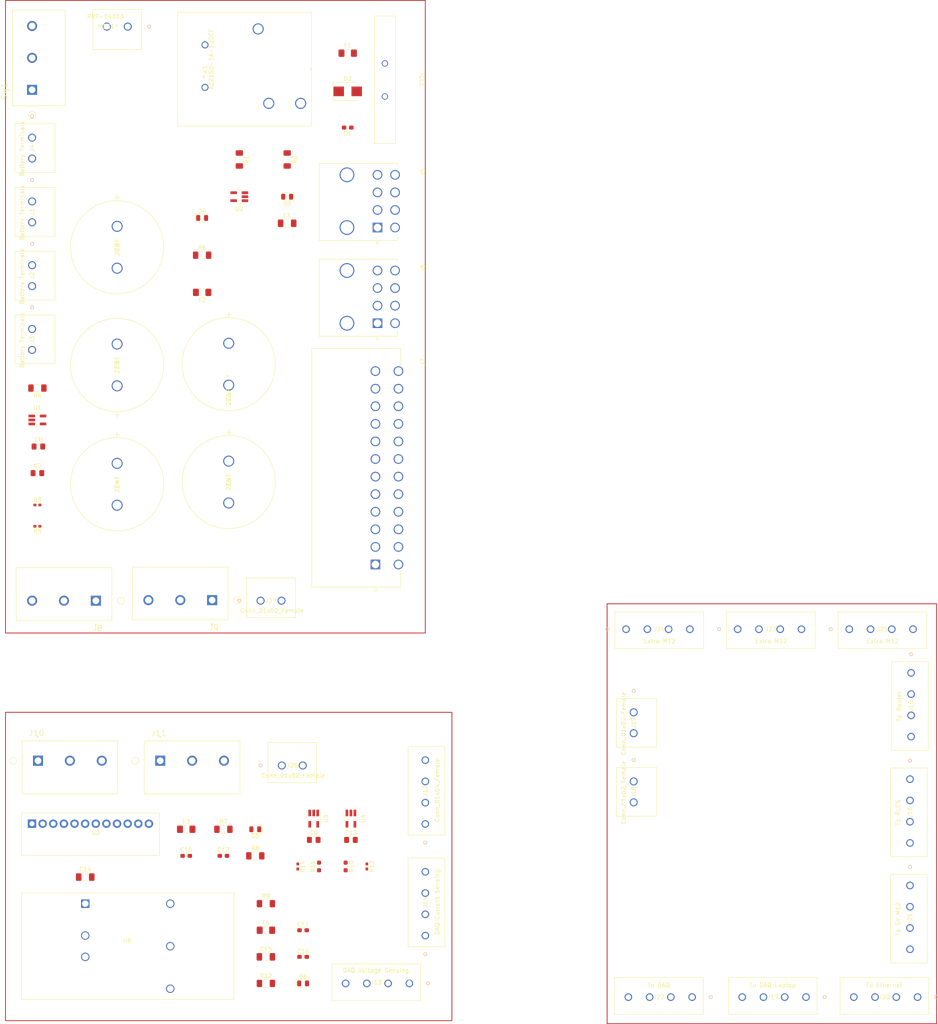
<source format=kicad_pcb>
(kicad_pcb (version 20211014) (generator pcbnew)
  (layers (0 "F.Cu" signal) (31 "B.Cu" signal) (34 "B.Paste" user) (35 "F.Paste" user) (36 "B.SilkS" user "B.Silkscreen") (37 "F.SilkS" user "F.Silkscreen") (38 "B.Mask" user) (39 "F.Mask" user) (44 "Edge.Cuts" user))
  (net 0 "")
  (net 1 "+BATT")
  (net 2 "GND")
  (net 3 "+12V")
  (net 4 "Net-(C10-Pad1)")
  (net 5 "+5V")
  (net 6 "Net-(C15-Pad1)")
  (net 7 "+24V")
  (net 8 "Net-(D1-Pad1)")
  (net 9 "Net-(D2-Pad2)")
  (net 10 "Net-(D3-Pad1)")
  (net 11 "Net-(D4-Pad1)")
  (net 12 "Net-(D5-Pad1)")
  (net 13 "Net-(D6-Pad1)")
  (net 14 "Net-(F1-Pad1)")
  (net 15 "Net-(F1-Pad2)")
  (net 16 "/Input/12V_Sense+")
  (net 17 "/Converters/5V_Sense+")
  (net 18 "/Converters/24V_Sense+")
  (net 19 "/Input/BatteryPowerSupply")
  (net 20 "/Input/ACPowerSupply")
  (net 27 "/Converters/12V_OUT")
  (net 28 "/Converters/TOTAL_OUT")
  (net 29 "/Converters/12_VOLTAGE")
  (net 30 "/Converters/5V_VOLTAGE")
  (net 31 "/Converters/24V_VOLTAGE")
  (net 32 "/Converters/5V_OUT")
  (net 33 "/Converters/24V_OUT")
  (net 34 "/Input/Sys_Sense+")
  (footprint "Capacitor_SMD:C_0603_1608Metric_Pad1.08x0.95mm_HandSolder" (layer "F.Cu") (at 94.9833 113.03)
    (fp_text reference "C12" (at 0 -1.43) (layer "F.SilkS"))
    (fp_text value "10uF")
    (pad "1" smd roundrect (at -0.8625 0) (size 1.075 0.95) (layers "F.Cu" "F.Paste" "F.Mask") (net 5 "+5V"))
    (pad "2" smd roundrect (at 0.8625 0) (size 1.075 0.95) (layers "F.Cu" "F.Paste" "F.Mask") (net 2 "GND"))
  )
  (footprint "Capacitor_SMD:C_1206_3216Metric_Pad1.33x1.80mm_HandSolder" (layer "F.Cu") (at 110.2233 -38.1)
    (fp_text reference "C1" (at 0 -1.85) (layer "F.SilkS"))
    (fp_text value "100uF")
    (pad "1" smd roundrect (at -1.5625 0) (size 1.325 1.8) (layers "F.Cu" "F.Paste" "F.Mask") (roundrect_rratio 0.188679) (net 1 "+BATT"))
    (pad "2" smd roundrect (at 1.5625 0) (size 1.325 1.8) (layers "F.Cu" "F.Paste" "F.Mask") (roundrect_rratio 0.188679) (net 2 "GND"))
  )
  (footprint "GSP:OSTTA020161" (layer "F.Cu") (at 103.8733 52.07)
    (fp_text reference "J27" (at 2.5 0) (layer "F.SilkS"))
    (fp_text value "Conn_01x02_Female" (at 2.7 2.4) (layer "F.SilkS"))
    (fp_text user "*" (at 0 0) (layer "F.SilkS"))
    (pad "1" thru_hole circle (at 0 0) (size 1.905 1.905) (drill 1.397) (layers *.Cu *.Mask) (net 5 "+5V"))
    (pad "2" thru_hole circle (at 5 0) (size 1.905 1.905) (drill 1.397) (layers *.Cu *.Mask) (net 2 "GND"))
  )
  (footprint "GSP:LLS1C223MELZ" (layer "F.Cu") (at 69.5833 -37.3675 -90)
    (fp_text reference "C2" (at 5 0 90) (layer "F.SilkS"))
    (fp_text value "22mF" (at 5 0 90) (layer "F.SilkS"))
    (fp_text user "*" (at 0 0 90) (layer "F.SilkS"))
    (pad "1" thru_hole circle (at 0 0 270) (size 2.6162 2.6162) (drill 2.1082) (layers *.Cu *.Mask) (net 3 "+12V"))
    (pad "2" thru_hole circle (at 10 0 270) (size 2.6162 2.6162) (drill 2.1082) (layers *.Cu *.Mask) (net 2 "GND"))
  )
  (footprint "Capacitor_SMD:C_0805_2012Metric_Pad1.18x1.45mm_HandSolder" (layer "F.Cu") (at 125.4633 109.22)
    (fp_text reference "C13" (at 0 -1.68) (layer "F.SilkS"))
    (fp_text value "0.1u")
    (pad "1" smd roundrect (at -1.0375 0) (size 1.175 1.45) (layers "F.Cu" "F.Paste" "F.Mask") (roundrect_rratio 0.212766) (net 2 "GND"))
    (pad "2" smd roundrect (at 1.0375 0) (size 1.175 1.45) (layers "F.Cu" "F.Paste" "F.Mask") (roundrect_rratio 0.212766) (net 5 "+5V"))
  )
  (footprint "Resistor_SMD:R_0402_1005Metric_Pad0.72x0.64mm_HandSolder" (layer "F.Cu") (at 129.2733 115.57 -90)
    (fp_text reference "R13" (at 0 -1.17 90) (layer "F.SilkS"))
    (fp_text value "100K")
    (pad "1" smd roundrect (at -0.5975 0 270) (size 0.715 0.64) (layers "F.Cu" "F.Paste" "F.Mask") (net 31 "/Converters/24V_VOLTAGE"))
    (pad "2" smd roundrect (at 0.5975 0 270) (size 0.715 0.64) (layers "F.Cu" "F.Paste" "F.Mask") (net 2 "GND"))
  )
  (footprint "Fuse:Fuse_1206_3216Metric_Pad1.42x1.75mm_HandSolder" (layer "F.Cu") (at 89.9033 -21.59 180)
    (fp_text reference "F2" (at 0 -1.82) (layer "F.SilkS"))
    (fp_text value "25A Fuse")
    (pad "1" smd roundrect (at -1.4875 0 180) (size 1.425 1.75) (layers "F.Cu" "F.Paste" "F.Mask") (roundrect_rratio 0.175439) (net 1 "+BATT"))
    (pad "2" smd roundrect (at 1.4875 0 180) (size 1.425 1.75) (layers "F.Cu" "F.Paste" "F.Mask") (roundrect_rratio 0.175439) (net 16 "/Input/12V_Sense+"))
  )
  (footprint "GSP:AZ2150-1A-12DEF" (layer "F.Cu") (at 90.5891 -70.5612 -90)
    (fp_text reference "K1" (at -4.3688 0 90) (layer "F.SilkS"))
    (fp_text value "AZ2150-1A-12DEF" (at -6.75 -1.5 90) (layer "F.SilkS"))
    (fp_text user "*" (at -2.54 0 90) (layer "F.SilkS"))
    (fp_text user "*" (at -2.54 0 90) (layer "F.SilkS"))
    (pad "1" thru_hole circle (at 0 0 270) (size 1.6764 1.6764) (drill 1.1684) (layers *.Cu *.Mask) (net 2 "GND"))
    (pad "2" thru_hole circle (at 3.81 -15.24 270) (size 2.6416 2.6416) (drill 2.1336) (layers *.Cu *.Mask) (net 34 "/Input/Sys_Sense+"))
    (pad "3" thru_hole circle (at 3.81 -22.86 270) (size 2.6416 2.6416) (drill 2.1336) (layers *.Cu *.Mask))
    (pad "4" thru_hole circle (at -13.97 -12.7 270) (size 2.6416 2.6416) (drill 2.1336) (layers *.Cu *.Mask) (net 9 "Net-(D2-Pad2)"))
    (pad "5" thru_hole circle (at -10.16 0 270) (size 1.6764 1.6764) (drill 1.1684) (layers *.Cu *.Mask) (net 8 "Net-(D1-Pad1)"))
  )
  (footprint "Capacitor_SMD:C_0805_2012Metric_Pad1.18x1.45mm_HandSolder" (layer "F.Cu") (at 116.5733 109.22)
    (fp_text reference "C9" (at 0 -1.68) (layer "F.SilkS"))
    (fp_text value "0.1u")
    (pad "1" smd roundrect (at -1.0375 0) (size 1.175 1.45) (layers "F.Cu" "F.Paste" "F.Mask") (roundrect_rratio 0.212766) (net 2 "GND"))
    (pad "2" smd roundrect (at 1.0375 0) (size 1.175 1.45) (layers "F.Cu" "F.Paste" "F.Mask") (roundrect_rratio 0.212766) (net 5 "+5V"))
  )
  (footprint "GSP:EB21A-04-D" (layer "F.Cu") (at 259.3467 69.3087 -90)
    (fp_text reference "J15" (at 7.9248 0 90) (layer "F.SilkS"))
    (fp_text value "To Router" (at 8 2.85 90) (layer "F.SilkS"))
    (fp_text user "*" (at 0 0 90) (layer "F.SilkS"))
    (pad "1" thru_hole circle (at 0 0 270) (size 1.8034 1.8034) (drill 1.2954) (layers *.Cu *.Mask) (net 7 "+24V"))
    (pad "2" thru_hole circle (at 5.08 0 270) (size 1.8034 1.8034) (drill 1.2954) (layers *.Cu *.Mask) (net 3 "+12V"))
    (pad "3" thru_hole circle (at 10.16 0 270) (size 1.8034 1.8034) (drill 1.2954) (layers *.Cu *.Mask) (net 5 "+5V"))
    (pad "4" thru_hole circle (at 15.24 0 270) (size 1.8034 1.8034) (drill 1.2954) (layers *.Cu *.Mask) (net 2 "GND"))
  )
  (footprint "Resistor_SMD:R_1206_3216Metric_Pad1.30x1.75mm_HandSolder" (layer "F.Cu") (at 105.1433 143.51)
    (fp_text reference "R12" (at 0 -1.82) (layer "F.SilkS"))
    (fp_text value "R_Small_US")
    (pad "1" smd roundrect (at -1.55 0) (size 1.3 1.75) (layers "F.Cu" "F.Paste" "F.Mask") (roundrect_rratio 0.192308) (net 2 "GND"))
    (pad "2" smd roundrect (at 1.55 0) (size 1.3 1.75) (layers "F.Cu" "F.Paste" "F.Mask") (roundrect_rratio 0.192308) (net 13 "Net-(D6-Pad1)"))
  )
  (footprint "GSP:OSTTA020161" (layer "F.Cu") (at 49.2633 -43.3247 -90)
    (fp_text reference "J1" (at 2.5 0 90) (layer "F.SilkS"))
    (fp_text value "Battery Terminals" (at 2.7 2.4 90) (layer "F.SilkS"))
    (fp_text user "*" (at 0 0 90) (layer "F.SilkS"))
    (pad "1" thru_hole circle (at 0 0 270) (size 1.905 1.905) (drill 1.397) (layers *.Cu *.Mask) (net 19 "/Input/BatteryPowerSupply"))
    (pad "2" thru_hole circle (at 5 0 270) (size 1.905 1.905) (drill 1.397) (layers *.Cu *.Mask) (net 2 "GND"))
  )
  (footprint "GSP:LLS1C223MELZ" (layer "F.Cu") (at 96.2533 -9.4275 -90)
    (fp_text reference "C6" (at 12.83 0 90) (layer "F.SilkS"))
    (fp_text value "22mF" (at 12.83 0 90) (layer "F.SilkS"))
    (fp_text user "*" (at 7.83 0 90) (layer "F.SilkS"))
    (pad "1" thru_hole circle (at 0 0 270) (size 2.6162 2.6162) (drill 2.1082) (layers *.Cu *.Mask) (net 3 "+12V"))
    (pad "2" thru_hole circle (at 10 0 270) (size 2.6162 2.6162) (drill 2.1082) (layers *.Cu *.Mask) (net 2 "GND"))
  )
  (footprint "Diode_SMD:D_0805_2012Metric" (layer "F.Cu") (at 110.2233 -44.45 180)
    (fp_text reference "D3" (at 0 -1.65) (layer "F.SilkS"))
    (fp_text value "LED_Small")
    (pad "1" smd roundrect (at -0.9375 0 180) (size 0.975 1.4) (layers "F.Cu" "F.Paste" "F.Mask") (net 10 "Net-(D3-Pad1)"))
    (pad "2" smd roundrect (at 0.9375 0 180) (size 0.975 1.4) (layers "F.Cu" "F.Paste" "F.Mask") (net 1 "+BATT"))
  )
  (footprint "Diode_SMD:D_0805_2012Metric" (layer "F.Cu") (at 114.0333 143.51)
    (fp_text reference "D6" (at 0 -1.65) (layer "F.SilkS"))
    (fp_text value "LED_Small")
    (pad "1" smd roundrect (at -0.9375 0) (size 0.975 1.4) (layers "F.Cu" "F.Paste" "F.Mask") (net 13 "Net-(D6-Pad1)"))
    (pad "2" smd roundrect (at 0.9375 0) (size 0.975 1.4) (layers "F.Cu" "F.Paste" "F.Mask") (net 7 "+24V"))
  )
  (footprint "Resistor_SMD:R_0402_1005Metric_Pad0.72x0.64mm_HandSolder" (layer "F.Cu") (at 50.5333 29.21)
    (fp_text reference "R3" (at 0 -1.17) (layer "F.SilkS"))
    (fp_text value "220K")
    (pad "1" smd roundrect (at -0.5975 0) (size 0.715 0.64) (layers "F.Cu" "F.Paste" "F.Mask") (net 3 "+12V"))
    (pad "2" smd roundrect (at 0.5975 0) (size 0.715 0.64) (layers "F.Cu" "F.Paste" "F.Mask") (net 29 "/Converters/12_VOLTAGE"))
  )
  (footprint "GSP:OSTTA020161" (layer "F.Cu") (at 108.9533 91.44)
    (fp_text reference "J26" (at 2.5 0) (layer "F.SilkS"))
    (fp_text value "Conn_01x02_Female" (at 2.7 2.4) (layer "F.SilkS"))
    (fp_text user "*" (at 0 0) (layer "F.SilkS"))
    (pad "1" thru_hole circle (at 0 0) (size 1.905 1.905) (drill 1.397) (layers *.Cu *.Mask) (net 5 "+5V"))
    (pad "2" thru_hole circle (at 5 0) (size 1.905 1.905) (drill 1.397) (layers *.Cu *.Mask) (net 2 "GND"))
  )
  (footprint "Resistor_SMD:R_1206_3216Metric_Pad1.30x1.75mm_HandSolder" (layer "F.Cu") (at 102.6033 113.03)
    (fp_text reference "R8" (at 0 -1.82) (layer "F.SilkS"))
    (fp_text value "R_Small_US")
    (pad "1" smd roundrect (at -1.55 0) (size 1.3 1.75) (layers "F.Cu" "F.Paste" "F.Mask") (roundrect_rratio 0.192308) (net 2 "GND"))
    (pad "2" smd roundrect (at 1.55 0) (size 1.3 1.75) (layers "F.Cu" "F.Paste" "F.Mask") (roundrect_rratio 0.192308) (net 12 "Net-(D5-Pad1)"))
  )
  (footprint "GSP:OSTTA020161" (layer "F.Cu") (at 72.1233 -85.09 180)
    (fp_text reference "MES1" (at 5.13 0) (layer "F.SilkS"))
    (fp_text value "PRT-14313" (at 5.33 2.4) (layer "F.SilkS"))
    (fp_text user "*" (at 2.63 0) (layer "F.SilkS"))
    (pad "1" thru_hole circle (at 0 0 180) (size 1.905 1.905) (drill 1.397) (layers *.Cu *.Mask) (net 2 "GND"))
    (pad "2" thru_hole circle (at 5 0 180) (size 1.905 1.905) (drill 1.397) (layers *.Cu *.Mask) (net 1 "+BATT"))
  )
  (footprint "Diode_SMD:D_0805_2012Metric" (layer "F.Cu") (at 89.9033 -39.37)
    (fp_text reference "D4" (at 0 -1.65) (layer "F.SilkS"))
    (fp_text value "LED_Small")
    (pad "1" smd roundrect (at -0.9375 0) (size 0.975 1.4) (layers "F.Cu" "F.Paste" "F.Mask") (net 11 "Net-(D4-Pad1)"))
    (pad "2" smd roundrect (at 0.9375 0) (size 0.975 1.4) (layers "F.Cu" "F.Paste" "F.Mask") (net 3 "+12V"))
  )
  (footprint "GSP:TB005-762-03BE" (layer "F.Cu") (at 49.2633 -69.9947 90)
    (fp_text reference "SW1" (at -0.365 -6.589 90) (layer "F.SilkS") (effects (font (size 1.4 1.4))))
    (fp_text value "GRB234A2NABA1")
    (pad "1" thru_hole rect (at 0 0 90) (size 2.4 2.4) (drill 1.6) (layers *.Cu *.Mask) (net 20 "/Input/ACPowerSupply"))
    (pad "2" thru_hole circle (at 7.62 0 90) (size 2.4 2.4) (drill 1.6) (layers *.Cu *.Mask) (net 14 "Net-(F1-Pad1)"))
    (pad "3" thru_hole circle (at 15.24 0 90) (size 2.4 2.4) (drill 1.6) (layers *.Cu *.Mask) (net 19 "/Input/BatteryPowerSupply"))
  )
  (footprint "Resistor_SMD:R_0402_1005Metric_Pad0.72x0.64mm_HandSolder" (layer "F.Cu") (at 112.7633 115.57 -90)
    (fp_text reference "R14" (at 0 -1.17 90) (layer "F.SilkS"))
    (fp_text value "100K")
    (pad "1" smd roundrect (at -0.5975 0 270) (size 0.715 0.64) (layers "F.Cu" "F.Paste" "F.Mask") (net 30 "/Converters/5V_VOLTAGE"))
    (pad "2" smd roundrect (at 0.5975 0 270) (size 0.715 0.64) (layers "F.Cu" "F.Paste" "F.Mask") (net 2 "GND"))
  )
  (footprint "Capacitor_SMD:C_0603_1608Metric_Pad1.08x0.95mm_HandSolder" (layer "F.Cu") (at 86.0933 113.03)
    (fp_text reference "C10" (at 0 -1.43) (layer "F.SilkS"))
    (fp_text value "22uF")
    (pad "1" smd roundrect (at -0.8625 0) (size 1.075 0.95) (layers "F.Cu" "F.Paste" "F.Mask") (net 4 "Net-(C10-Pad1)"))
    (pad "2" smd roundrect (at 0.8625 0) (size 1.075 0.95) (layers "F.Cu" "F.Paste" "F.Mask") (net 2 "GND"))
  )
  (footprint "Fuse:Fuse_1206_3216Metric_Pad1.42x1.75mm_HandSolder" (layer "F.Cu") (at 86.0933 106.68)
    (fp_text reference "F3" (at 0 -1.82) (layer "F.SilkS"))
    (fp_text value "3A Fuse")
    (pad "1" smd roundrect (at -1.4875 0) (size 1.425 1.75) (layers "F.Cu" "F.Paste" "F.Mask") (roundrect_rratio 0.175439) (net 4 "Net-(C10-Pad1)"))
    (pad "2" smd roundrect (at 1.4875 0) (size 1.425 1.75) (layers "F.Cu" "F.Paste" "F.Mask") (roundrect_rratio 0.175439) (net 17 "/Converters/5V_Sense+"))
  )
  (footprint "Package_TO_SOT_SMD:SOT-23-5_HandSoldering" (layer "F.Cu") (at 50.5333 8.89)
    (fp_text reference "U1" (at 0 -2.9) (layer "F.SilkS"))
    (fp_text value "INA180")
    (pad "1" smd rect (at -1.35 -0.95) (size 1.56 0.65) (layers "F.Cu" "F.Paste" "F.Mask") (net 27 "/Converters/12V_OUT"))
    (pad "2" smd rect (at -1.35 0) (size 1.56 0.65) (layers "F.Cu" "F.Paste" "F.Mask") (net 2 "GND"))
    (pad "3" smd rect (at -1.35 0.95) (size 1.56 0.65) (layers "F.Cu" "F.Paste" "F.Mask") (net 16 "/Input/12V_Sense+"))
    (pad "4" smd rect (at 1.35 0.95) (size 1.56 0.65) (layers "F.Cu" "F.Paste" "F.Mask") (net 3 "+12V"))
    (pad "5" smd rect (at 1.35 -0.95) (size 1.56 0.65) (layers "F.Cu" "F.Paste" "F.Mask") (net 5 "+5V"))
  )
  (footprint "Diode_SMD:D_0805_2012Metric" (layer "F.Cu") (at 102.6033 106.68 180)
    (fp_text reference "D5" (at 0 -1.65) (layer "F.SilkS"))
    (fp_text value "LED_Small")
    (pad "1" smd roundrect (at -0.9375 0 180) (size 0.975 1.4) (layers "F.Cu" "F.Paste" "F.Mask") (net 12 "Net-(D5-Pad1)"))
    (pad "2" smd roundrect (at 0.9375 0 180) (size 0.975 1.4) (layers "F.Cu" "F.Paste" "F.Mask") (net 5 "+5V"))
  )
  (footprint "GSP:EB21A-04-D" (layer "F.Cu") (at 207.01 146.7787 180)
    (fp_text reference "J22" (at 7.9248 0) (layer "F.SilkS"))
    (fp_text value "To DAQ" (at 8 2.85) (layer "F.SilkS"))
    (fp_text user "*" (at 0 0) (layer "F.SilkS"))
    (pad "1" thru_hole circle (at 0 0 180) (size 1.8034 1.8034) (drill 1.2954) (layers *.Cu *.Mask) (net 7 "+24V"))
    (pad "2" thru_hole circle (at 5.08 0 180) (size 1.8034 1.8034) (drill 1.2954) (layers *.Cu *.Mask) (net 3 "+12V"))
    (pad "3" thru_hole circle (at 10.16 0 180) (size 1.8034 1.8034) (drill 1.2954) (layers *.Cu *.Mask) (net 5 "+5V"))
    (pad "4" thru_hole circle (at 15.24 0 180) (size 1.8034 1.8034) (drill 1.2954) (layers *.Cu *.Mask) (net 2 "GND"))
  )
  (footprint "Package_TO_SOT_SMD:SOT-23-5_HandSoldering" (layer "F.Cu") (at 125.4633 104.14 -90)
    (fp_text reference "U4" (at 0 -2.9 90) (layer "F.SilkS"))
    (fp_text value "INA180")
    (pad "1" smd rect (at -1.35 -0.95 270) (size 1.56 0.65) (layers "F.Cu" "F.Paste" "F.Mask") (net 32 "/Converters/5V_OUT"))
    (pad "2" smd rect (at -1.35 0 270) (size 1.56 0.65) (layers "F.Cu" "F.Paste" "F.Mask") (net 2 "GND"))
    (pad "3" smd rect (at -1.35 0.95 270) (size 1.56 0.65) (layers "F.Cu" "F.Paste" "F.Mask") (net 17 "/Converters/5V_Sense+"))
    (pad "4" smd rect (at 1.35 0.95 270) (size 1.56 0.65) (layers "F.Cu" "F.Paste" "F.Mask") (net 5 "+5V"))
    (pad "5" smd rect (at 1.35 -0.95 270) (size 1.56 0.65) (layers "F.Cu" "F.Paste" "F.Mask") (net 5 "+5V"))
  )
  (footprint "GSP:EB21A-04-D" (layer "F.Cu") (at 217.8987 58.882)
    (fp_text reference "J23" (at 7.9248 0) (layer "F.SilkS"))
    (fp_text value "Extra M12" (at 8 2.85) (layer "F.SilkS"))
    (fp_text user "*" (at 0 0) (layer "F.SilkS"))
    (pad "1" thru_hole circle (at 0 0) (size 1.8034 1.8034) (drill 1.2954) (layers *.Cu *.Mask) (net 7 "+24V"))
    (pad "2" thru_hole circle (at 5.08 0) (size 1.8034 1.8034) (drill 1.2954) (layers *.Cu *.Mask) (net 3 "+12V"))
    (pad "3" thru_hole circle (at 10.16 0) (size 1.8034 1.8034) (drill 1.2954) (layers *.Cu *.Mask) (net 5 "+5V"))
    (pad "4" thru_hole circle (at 15.24 0) (size 1.8034 1.8034) (drill 1.2954) (layers *.Cu *.Mask) (net 2 "GND"))
  )
  (footprint "GSP:TB005-762-03BE" (layer "F.Cu") (at 50.678 90.3025)
    (fp_text reference "J10" (at -0.365 -6.589) (layer "F.SilkS") (effects (font (size 1.4 1.4))))
    (fp_text value "Conn_01x03_Female")
    (pad "1" thru_hole rect (at 0 0) (size 2.4 2.4) (drill 1.6) (layers *.Cu *.Mask) (net 1 "+BATT"))
    (pad "2" thru_hole circle (at 7.62 0) (size 2.4 2.4) (drill 1.6) (layers *.Cu *.Mask) (net 3 "+12V"))
    (pad "3" thru_hole circle (at 15.24 0) (size 2.4 2.4) (drill 1.6) (layers *.Cu *.Mask) (net 2 "GND"))
  )
  (footprint "GSP:EB21A-04-D" (layer "F.Cu") (at 139.4333 143.51 180)
    (fp_text reference "J13" (at 7.9248 0.2667) (layer "F.SilkS"))
    (fp_text value "DAQ Voltage Sensing" (at 8 3.1167) (layer "F.SilkS"))
    (fp_text user "*" (at 0 0.2667) (layer "F.SilkS"))
    (pad "1" thru_hole circle (at 0 0 180) (size 1.8034 1.8034) (drill 1.2954) (layers *.Cu *.Mask) (net 1 "+BATT"))
    (pad "2" thru_hole circle (at 5.08 0 180) (size 1.8034 1.8034) (drill 1.2954) (layers *.Cu *.Mask) (net 30 "/Converters/5V_VOLTAGE"))
    (pad "3" thru_hole circle (at 10.16 0 180) (size 1.8034 1.8034) (drill 1.2954) (layers *.Cu *.Mask) (net 29 "/Converters/12_VOLTAGE"))
    (pad "4" thru_hole circle (at 15.24 0 180) (size 1.8034 1.8034) (drill 1.2954) (layers *.Cu *.Mask) (net 31 "/Converters/24V_VOLTAGE"))
  )
  (footprint "Capacitor_SMD:C_0805_2012Metric_Pad1.18x1.45mm_HandSolder" (layer "F.Cu") (at 50.5333 21.59)
    (fp_text reference "C7" (at 0 -1.68) (layer "F.SilkS"))
    (fp_text value "0.1u")
    (pad "1" smd roundrect (at -1.0375 0) (size 1.175 1.45) (layers "F.Cu" "F.Paste" "F.Mask") (roundrect_rratio 0.212766) (net 2 "GND"))
    (pad "2" smd roundrect (at 1.0375 0) (size 1.175 1.45) (layers "F.Cu" "F.Paste" "F.Mask") (roundrect_rratio 0.212766) (net 5 "+5V"))
  )
  (footprint "GSP:LLS1C223MELZ" (layer "F.Cu") (at 69.5833 19.26 -90)
    (fp_text reference "C4" (at 5 0 90) (layer "F.SilkS"))
    (fp_text value "22mF" (at 5 0 90) (layer "F.SilkS"))
    (fp_text user "*" (at 0 0 90) (layer "F.SilkS"))
    (pad "1" thru_hole circle (at 0 0 270) (size 2.6162 2.6162) (drill 2.1082) (layers *.Cu *.Mask) (net 3 "+12V"))
    (pad "2" thru_hole circle (at 10 0 270) (size 2.6162 2.6162) (drill 2.1082) (layers *.Cu *.Mask) (net 2 "GND"))
  )
  (footprint "Fuse:Fuse_1206_3216Metric_Pad1.42x1.75mm_HandSolder" (layer "F.Cu") (at 105.1433 130.81)
    (fp_text reference "F4" (at 0 -1.82) (layer "F.SilkS"))
    (fp_text value "1A Fuse")
    (pad "1" smd roundrect (at -1.4875 0) (size 1.425 1.75) (layers "F.Cu" "F.Paste" "F.Mask") (roundrect_rratio 0.175439) (net 6 "Net-(C15-Pad1)"))
    (pad "2" smd roundrect (at 1.4875 0) (size 1.425 1.75) (layers "F.Cu" "F.Paste" "F.Mask") (roundrect_rratio 0.175439) (net 18 "/Converters/24V_Sense+"))
  )
  (footprint "GSP:TB005-762-03BE" (layer "F.Cu") (at 79.888 90.3025)
    (fp_text reference "J11" (at -0.365 -6.589) (layer "F.SilkS") (effects (font (size 1.4 1.4))))
    (fp_text value "Conn_01x03_Female")
    (pad "1" thru_hole rect (at 0 0) (size 2.4 2.4) (drill 1.6) (layers *.Cu *.Mask) (net 27 "/Converters/12V_OUT"))
    (pad "2" thru_hole circle (at 7.62 0) (size 2.4 2.4) (drill 1.6) (layers *.Cu *.Mask) (net 28 "/Converters/TOTAL_OUT"))
    (pad "3" thru_hole circle (at 15.24 0) (size 2.4 2.4) (drill 1.6) (layers *.Cu *.Mask) (net 29 "/Converters/12_VOLTAGE"))
  )
  (footprint "GSP:EB21A-04-D" (layer "F.Cu") (at 143.2433 132.08 90)
    (fp_text reference "J14" (at 7.9248 0 90) (layer "F.SilkS"))
    (fp_text value "DAQ Current Sensing" (at 8 2.85 90) (layer "F.SilkS"))
    (fp_text user "*" (at 0 0 90) (layer "F.SilkS"))
    (pad "1" thru_hole circle (at 0 0 90) (size 1.8034 1.8034) (drill 1.2954) (layers *.Cu *.Mask) (net 28 "/Converters/TOTAL_OUT"))
    (pad "2" thru_hole circle (at 5.08 0 90) (size 1.8034 1.8034) (drill 1.2954) (layers *.Cu *.Mask) (net 32 "/Converters/5V_OUT"))
    (pad "3" thru_hole circle (at 10.16 0 90) (size 1.8034 1.8034) (drill 1.2954) (layers *.Cu *.Mask) (net 27 "/Converters/12V_OUT"))
    (pad "4" thru_hole circle (at 15.24 0 90) (size 1.8034 1.8034) (drill 1.2954) (layers *.Cu *.Mask) (net 33 "/Converters/24V_OUT"))
  )
  (footprint "Resistor_SMD:R_0603_1608Metric_Pad0.98x0.95mm_HandSolder" (layer "F.Cu") (at 117.8433 115.57 90)
    (fp_text reference "R11" (at 0 -1.43 90) (layer "F.SilkS"))
    (fp_text value "47K")
    (pad "1" smd roundrect (at -0.9125 0 90) (size 0.975 0.95) (layers "F.Cu" "F.Paste" "F.Mask") (net 5 "+5V"))
    (pad "2" smd roundrect (at 0.9125 0 90) (size 0.975 0.95) (layers "F.Cu" "F.Paste" "F.Mask") (net 30 "/Converters/5V_VOLTAGE"))
  )
  (footprint "Capacitor_SMD:C_1206_3216Metric_Pad1.33x1.80mm_HandSolder" (layer "F.Cu") (at 61.9633 118.11)
    (fp_text reference "C14" (at 0 -1.85) (layer "F.SilkS"))
    (fp_text value "100uF")
    (pad "1" smd roundrect (at -1.5625 0) (size 1.325 1.8) (layers "F.Cu" "F.Paste" "F.Mask") (roundrect_rratio 0.188679) (net 1 "+BATT"))
    (pad "2" smd roundrect (at 1.5625 0) (size 1.325 1.8) (layers "F.Cu" "F.Paste" "F.Mask") (roundrect_rratio 0.188679) (net 2 "GND"))
  )
  (footprint "GSP:MOLEX_455860005" (layer "F.Cu") (at 131.8133 -14.22 -90)
    (fp_text reference "J6" (at -13.225 -10.845 90) (layer "F.SilkS"))
    (fp_text value "455860005")
    (pad "1" thru_hole rect (at 0 0 270) (size 2.3 2.3) (drill 1.8) (layers *.Cu) (net 20 "/Input/ACPowerSupply"))
    (pad "2" thru_hole circle (at -4.2 0 270) (size 2.3 2.3) (drill 1.8) (layers *.Cu) (net 20 "/Input/ACPowerSupply"))
    (pad "3" thru_hole circle (at -8.4 0 270) (size 2.3 2.3) (drill 1.8) (layers *.Cu) (net 20 "/Input/ACPowerSupply"))
    (pad "4" thru_hole circle (at -12.6 0 270) (size 2.3 2.3) (drill 1.8) (layers *.Cu) (net 2 "GND"))
    (pad "5" thru_hole circle (at 0 -4.2 270) (size 2.3 2.3) (drill 1.8) (layers *.Cu) (net 2 "GND"))
    (pad "6" thru_hole circle (at -4.2 -4.2 270) (size 2.3 2.3) (drill 1.8) (layers *.Cu) (net 2 "GND"))
    (pad "7" thru_hole circle (at -8.4 -4.2 270) (size 2.3 2.3) (drill 1.8) (layers *.Cu) (net 2 "GND"))
    (pad "8" thru_hole circle (at -12.6 -4.2 270) (size 2.3 2.3) (drill 1.8) (layers *.Cu) (net 2 "GND"))
    (pad "S1" thru_hole circle (at 0 7.3 270) (size 3.5 3.5) (drill 3) (layers *.Cu))
    (pad "S2" thru_hole circle (at -12.6 7.3 270) (size 3.5 3.5) (drill 3) (layers *.Cu))
  )
  (footprint "GSP:OSTTA020161" (layer "F.Cu") (at 49.2633 -12.8447 -90)
    (fp_text reference "J3" (at 2.5 0 90) (layer "F.SilkS"))
    (fp_text value "Battery Terminals" (at 2.7 2.4 90) (layer "F.SilkS"))
    (fp_text user "*" (at 0 0 90) (layer "F.SilkS"))
    (pad "1" thru_hole circle (at 0 0 270) (size 1.905 1.905) (drill 1.397) (layers *.Cu *.Mask) (net 19 "/Input/BatteryPowerSupply"))
    (pad "2" thru_hole circle (at 5 0 270) (size 1.905 1.905) (drill 1.397) (layers *.Cu *.Mask) (net 2 "GND"))
  )
  (footprint "GSP:OSTTA020161" (layer "F.Cu") (at 49.2633 -58.5647 -90)
    (fp_text reference "J4" (at 2.5 0 90) (layer "F.SilkS"))
    (fp_text value "Battery Terminals" (at 2.7 2.4 90) (layer "F.SilkS"))
    (fp_text user "*" (at 0 0 90) (layer "F.SilkS"))
    (pad "1" thru_hole circle (at 0 0 270) (size 1.905 1.905) (drill 1.397) (layers *.Cu *.Mask) (net 19 "/Input/BatteryPowerSupply"))
    (pad "2" thru_hole circle (at 5 0 270) (size 1.905 1.905) (drill 1.397) (layers *.Cu *.Mask) (net 2 "GND"))
  )
  (footprint "GSP:SL32 2R025-B" (layer "F.Cu") (at 133.5833 -72.39 -90)
    (fp_text reference "ICL1" (at 0 -8.8 -90 unlocked) (layer "F.SilkS"))
    (fp_text value "SL32 2R025-B")
    (pad "1" thru_hole circle (at -3.9 0 270) (size 1.5 1.5) (drill 1.1) (layers *.Cu *.Mask) (net 15 "Net-(F1-Pad2)"))
    (pad "2" thru_hole circle (at 4 0 270) (size 1.5 1.5) (drill 1.1) (layers *.Cu *.Mask) (net 9 "Net-(D2-Pad2)"))
  )
  (footprint "GSP:TB005-762-03BE" (layer "F.Cu") (at 64.5033 52.07 180)
    (fp_text reference "J8" (at -0.365 -6.589) (layer "F.SilkS") (effects (font (size 1.4 1.4))))
    (fp_text value "Conn_01x03_Female")
    (pad "1" thru_hole rect (at 0 0 180) (size 2.4 2.4) (drill 1.6) (layers *.Cu *.Mask) (net 3 "+12V"))
    (pad "2" thru_hole circle (at 7.62 0 180) (size 2.4 2.4) (drill 1.6) (layers *.Cu *.Mask) (net 1 "+BATT"))
    (pad "3" thru_hole circle (at 15.24 0 180) (size 2.4 2.4) (drill 1.6) (layers *.Cu *.Mask) (net 2 "GND"))
  )
  (footprint "Capacitor_SMD:C_0805_2012Metric_Pad1.18x1.45mm_HandSolder" (layer "F.Cu") (at 50.7658 15.24)
    (fp_text reference "C8" (at 0 -1.68) (layer "F.SilkS"))
    (fp_text value "0.1u")
    (pad "1" smd roundrect (at -1.0375 0) (size 1.175 1.45) (layers "F.Cu" "F.Paste" "F.Mask") (roundrect_rratio 0.212766) (net 2 "GND"))
    (pad "2" smd roundrect (at 1.0375 0) (size 1.175 1.45) (layers "F.Cu" "F.Paste" "F.Mask") (roundrect_rratio 0.212766) (net 5 "+5V"))
  )
  (footprint "Package_TO_SOT_SMD:SOT-23-5_HandSoldering" (layer "F.Cu") (at 98.7933 -44.45 180)
    (fp_text reference "U2" (at 0 -2.9) (layer "F.SilkS"))
    (fp_text value "INA180")
    (pad "1" smd rect (at -1.35 -0.95 180) (size 1.56 0.65) (layers "F.Cu" "F.Paste" "F.Mask") (net 28 "/Converters/TOTAL_OUT"))
    (pad "2" smd rect (at -1.35 0 180) (size 1.56 0.65) (layers "F.Cu" "F.Paste" "F.Mask") (net 2 "GND"))
    (pad "3" smd rect (at -1.35 0.95 180) (size 1.56 0.65) (layers "F.Cu" "F.Paste" "F.Mask") (net 34 "/Input/Sys_Sense+"))
    (pad "4" smd rect (at 1.35 0.95 180) (size 1.56 0.65) (layers "F.Cu" "F.Paste" "F.Mask") (net 1 "+BATT"))
    (pad "5" smd rect (at 1.35 -0.95 180) (size 1.56 0.65) (layers "F.Cu" "F.Paste" "F.Mask") (net 5 "+5V"))
  )
  (footprint "GSP:TB005-762-03BE" (layer "F.Cu") (at 92.2986 51.9375 180)
    (fp_text reference "J9" (at -0.365 -6.589) (layer "F.SilkS") (effects (font (size 1.4 1.4))))
    (fp_text value "Conn_01x03_Female")
    (pad "1" thru_hole rect (at 0 0 180) (size 2.4 2.4) (drill 1.6) (layers *.Cu *.Mask) (net 27 "/Converters/12V_OUT"))
    (pad "2" thru_hole circle (at 7.62 0 180) (size 2.4 2.4) (drill 1.6) (layers *.Cu *.Mask) (net 28 "/Converters/TOTAL_OUT"))
    (pad "3" thru_hole circle (at 15.24 0 180) (size 2.4 2.4) (drill 1.6) (layers *.Cu *.Mask) (net 29 "/Converters/12_VOLTAGE"))
  )
  (footprint "Resistor_SMD:R_1206_3216Metric_Pad1.30x1.75mm_HandSolder" (layer "F.Cu") (at 94.9833 106.68)
    (fp_text reference "R7" (at 0 -1.82) (layer "F.SilkS"))
    (fp_text value "0.01")
    (pad "1" smd roundrect (at -1.55 0) (size 1.3 1.75) (layers "F.Cu" "F.Paste" "F.Mask") (roundrect_rratio 0.192308) (net 17 "/Converters/5V_Sense+"))
    (pad "2" smd roundrect (at 1.55 0) (size 1.3 1.75) (layers "F.Cu" "F.Paste" "F.Mask") (roundrect_rratio 0.192308) (net 5 "+5V"))
  )
  (footprint "GSP:EB21A-04-D" (layer "F.Cu") (at 259.08 120.1087 -90)
    (fp_text reference "J21" (at 7.9248 0 90) (layer "F.SilkS"))
    (fp_text value "To 5V M12" (at 8 2.85 90) (layer "F.SilkS"))
    (fp_text user "*" (at 0 0 90) (layer "F.SilkS"))
    (pad "1" thru_hole circle (at 0 0 270) (size 1.8034 1.8034) (drill 1.2954) (layers *.Cu *.Mask) (net 7 "+24V"))
    (pad "2" thru_hole circle (at 5.08 0 270) (size 1.8034 1.8034) (drill 1.2954) (layers *.Cu *.Mask) (net 3 "+12V"))
    (pad "3" thru_hole circle (at 10.16 0 270) (size 1.8034 1.8034) (drill 1.2954) (layers *.Cu *.Mask) (net 5 "+5V"))
    (pad "4" thru_hole circle (at 15.24 0 270) (size 1.8034 1.8034) (drill 1.2954) (layers *.Cu *.Mask) (net 2 "GND"))
  )
  (footprint "GSP:URB2424LD-20WR3" (layer "F.Cu") (at 72.1233 134.62)
    (fp_text reference "U6" (at -0.1 -1.4 unlocked) (layer "F.SilkS"))
    (fp_text value "URB2424LD-20WR3")
    (pad "1" thru_hole rect (at -10.16 -10.16) (size 2 2) (drill 1.54) (layers *.Cu *.Mask))
    (pad "2" thru_hole circle (at -10.16 -2.54) (size 2 2) (drill 1.54) (layers *.Cu *.Mask) (net 2 "GND"))
    (pad "3" thru_hole circle (at -10.16 2.54) (size 2 2) (drill 1.54) (layers *.Cu *.Mask) (net 1 "+BATT"))
    (pad "4" thru_hole circle (at 10.16 10.16) (size 2 2) (drill 1.54) (layers *.Cu *.Mask) (net 6 "Net-(C15-Pad1)"))
    (pad "5" thru_hole circle (at 10.16 0) (size 2 2) (drill 1.54) (layers *.Cu *.Mask) (net 2 "GND"))
    (pad "6" thru_hole circle (at 10.16 -10.16) (size 2 2) (drill 1.54) (layers *.Cu *.Mask))
  )
  (footprint "Package_TO_SOT_SMD:SOT-23-5_HandSoldering" (layer "F.Cu") (at 116.5733 104.14 -90)
    (fp_text reference "U5" (at 0 -2.9 90) (layer "F.SilkS"))
    (fp_text value "INA180")
    (pad "1" smd rect (at -1.35 -0.95 270) (size 1.56 0.65) (layers "F.Cu" "F.Paste" "F.Mask") (net 33 "/Converters/24V_OUT"))
    (pad "2" smd rect (at -1.35 0 270) (size 1.56 0.65) (layers "F.Cu" "F.Paste" "F.Mask") (net 2 "GND"))
    (pad "3" smd rect (at -1.35 0.95 270) (size 1.56 0.65) (layers "F.Cu" "F.Paste" "F.Mask") (net 18 "/Converters/24V_Sense+"))
    (pad "4" smd rect (at 1.35 0.95 270) (size 1.56 0.65) (layers "F.Cu" "F.Paste" "F.Mask") (net 7 "+24V"))
    (pad "5" smd rect (at 1.35 -0.95 270) (size 1.56 0.65) (layers "F.Cu" "F.Paste" "F.Mask") (net 5 "+5V"))
  )
  (footprint "GSP:EB21A-04-D" (layer "F.Cu") (at 259.08 94.7087 -90)
    (fp_text reference "J16" (at 7.9248 0 90) (layer "F.SilkS"))
    (fp_text value "To RLCS" (at 8 2.85 90) (layer "F.SilkS"))
    (fp_text user "*" (at 0 0 90) (layer "F.SilkS"))
    (pad "1" thru_hole circle (at 0 0 270) (size 1.8034 1.8034) (drill 1.2954) (layers *.Cu *.Mask) (net 7 "+24V"))
    (pad "2" thru_hole circle (at 5.08 0 270) (size 1.8034 1.8034) (drill 1.2954) (layers *.Cu *.Mask) (net 3 "+12V"))
    (pad "3" thru_hole circle (at 10.16 0 270) (size 1.8034 1.8034) (drill 1.2954) (layers *.Cu *.Mask) (net 5 "+5V"))
    (pad "4" thru_hole circle (at 15.24 0 270) (size 1.8034 1.8034) (drill 1.2954) (layers *.Cu *.Mask) (net 2 "GND"))
  )
  (footprint "GSP:EB21A-04-D" (layer "F.Cu") (at 191.2287 58.882)
    (fp_text reference "J24" (at 7.9248 0) (layer "F.SilkS"))
    (fp_text value "Extra M12" (at 8 2.85) (layer "F.SilkS"))
    (fp_text user "*" (at 0 0) (layer "F.SilkS"))
    (pad "1" thru_hole circle (at 0 0) (size 1.8034 1.8034) (drill 1.2954) (layers *.Cu *.Mask) (net 7 "+24V"))
    (pad "2" thru_hole circle (at 5.08 0) (size 1.8034 1.8034) (drill 1.2954) (layers *.Cu *.Mask) (net 3 "+12V"))
    (pad "3" thru_hole circle (at 10.16 0) (size 1.8034 1.8034) (drill 1.2954) (layers *.Cu *.Mask) (net 5 "+5V"))
    (pad "4" thru_hole circle (at 15.24 0) (size 1.8034 1.8034) (drill 1.2954) (layers *.Cu *.Mask) (net 2 "GND"))
  )
  (footprint "GSP:LLS1C223MELZ" (layer "F.Cu") (at 69.5833 0.7475 90)
    (fp_text reference "C3" (at 5 0 90) (layer "F.SilkS"))
    (fp_text value "22mF" (at 5 0 90) (layer "F.SilkS"))
    (fp_text user "*" (at 0 0 90) (layer "F.SilkS"))
    (pad "1" thru_hole circle (at 0 0 90) (size 2.6162 2.6162) (drill 2.1082) (layers *.Cu *.Mask) (net 3 "+12V"))
    (pad "2" thru_hole circle (at 10 0 90) (size 2.6162 2.6162) (drill 2.1082) (layers *.Cu *.Mask) (net 2 "GND"))
  )
  (footprint "Resistor_SMD:R_0402_1005Metric_Pad0.72x0.64mm_HandSolder" (layer "F.Cu") (at 50.5333 34.29 180)
    (fp_text reference "R5" (at 0 -1.17) (layer "F.SilkS"))
    (fp_text value "100K")
    (pad "1" smd roundrect (at -0.5975 0 180) (size 0.715 0.64) (layers "F.Cu" "F.Paste" "F.Mask") (net 29 "/Converters/12_VOLTAGE"))
    (pad "2" smd roundrect (at 0.5975 0 180) (size 0.715 0.64) (layers "F.Cu" "F.Paste" "F.Mask") (net 2 "GND"))
  )
  (footprint "Capacitor_SMD:C_0603_1608Metric_Pad1.08x0.95mm_HandSolder" (layer "F.Cu") (at 124.6933 -60.96 180)
    (fp_text reference "D1" (at 0 -1.43) (layer "F.SilkS"))
    (fp_text value "10BQ015")
    (pad "1" smd roundrect (at -0.8625 0 180) (size 1.075 0.95) (layers "F.Cu" "F.Paste" "F.Mask") (net 8 "Net-(D1-Pad1)"))
    (pad "2" smd roundrect (at 0.8625 0 180) (size 1.075 0.95) (layers "F.Cu" "F.Paste" "F.Mask") (net 2 "GND"))
  )
  (footprint "GSP:MOLEX_455860005" (layer "F.Cu") (at 131.8133 -37.08 -90)
    (fp_text reference "J5" (at -13.225 -10.845 90) (layer "F.SilkS"))
    (fp_text value "455860005")
    (pad "1" thru_hole rect (at 0 0 270) (size 2.3 2.3) (drill 1.8) (layers *.Cu) (net 20 "/Input/ACPowerSupply"))
    (pad "2" thru_hole circle (at -4.2 0 270) (size 2.3 2.3) (drill 1.8) (layers *.Cu) (net 20 "/Input/ACPowerSupply"))
    (pad "3" thru_hole circle (at -8.4 0 270) (size 2.3 2.3) (drill 1.8) (layers *.Cu) (net 20 "/Input/ACPowerSupply"))
    (pad "4" thru_hole circle (at -12.6 0 270) (size 2.3 2.3) (drill 1.8) (layers *.Cu) (net 2 "GND"))
    (pad "5" thru_hole circle (at 0 -4.2 270) (size 2.3 2.3) (drill 1.8) (layers *.Cu) (net 2 "GND"))
    (pad "6" thru_hole circle (at -4.2 -4.2 270) (size 2.3 2.3) (drill 1.8) (layers *.Cu) (net 2 "GND"))
    (pad "7" thru_hole circle (at -8.4 -4.2 270) (size 2.3 2.3) (drill 1.8) (layers *.Cu) (net 2 "GND"))
    (pad "8" thru_hole circle (at -12.6 -4.2 270) (size 2.3 2.3) (drill 1.8) (layers *.Cu) (net 2 "GND"))
    (pad "S1" thru_hole circle (at 0 7.3 270) (size 3.5 3.5) (drill 3) (layers *.Cu))
    (pad "S2" thru_hole circle (at -12.6 7.3 270) (size 3.5 3.5) (drill 3) (layers *.Cu))
  )
  (footprint "GSP:EB21A-04-D" (layer "F.Cu") (at 244.5687 58.882)
    (fp_text reference "J25" (at 7.9248 0) (layer "F.SilkS"))
    (fp_text value "Extra M12" (at 8 2.85) (layer "F.SilkS"))
    (fp_text user "*" (at 0 0) (layer "F.SilkS"))
    (pad "1" thru_hole circle (at 0 0) (size 1.8034 1.8034) (drill 1.2954) (layers *.Cu *.Mask) (net 7 "+24V"))
    (pad "2" thru_hole circle (at 5.08 0) (size 1.8034 1.8034) (drill 1.2954) (layers *.Cu *.Mask) (net 3 "+12V"))
    (pad "3" thru_hole circle (at 10.16 0) (size 1.8034 1.8034) (drill 1.2954) (layers *.Cu *.Mask) (net 5 "+5V"))
    (pad "4" thru_hole circle (at 15.24 0) (size 1.8034 1.8034) (drill 1.2954) (layers *.Cu *.Mask) (net 2 "GND"))
  )
  (footprint "Fuse:Fuse_1206_3216Metric_Pad1.42x1.75mm_HandSolder" (layer "F.Cu") (at 124.6933 -78.74)
    (fp_text reference "F1" (at 0 -1.82) (layer "F.SilkS"))
    (fp_text value "25A Fuse")
    (pad "1" smd roundrect (at -1.4875 0) (size 1.425 1.75) (layers "F.Cu" "F.Paste" "F.Mask") (roundrect_rratio 0.175439) (net 14 "Net-(F1-Pad1)"))
    (pad "2" smd roundrect (at 1.4875 0) (size 1.425 1.75) (layers "F.Cu" "F.Paste" "F.Mask") (roundrect_rratio 0.175439) (net 15 "Net-(F1-Pad2)"))
  )
  (footprint "GSP:EB21A-04-D" (layer "F.Cu") (at 260.8913 146.7787 180)
    (fp_text reference "J20" (at 7.9248 0) (layer "F.SilkS"))
    (fp_text value "To Ethernet" (at 8 2.85) (layer "F.SilkS"))
    (fp_text user "*" (at 0 0) (layer "F.SilkS"))
    (pad "1" thru_hole circle (at 0 0 180) (size 1.8034 1.8034) (drill 1.2954) (layers *.Cu *.Mask) (net 7 "+24V"))
    (pad "2" thru_hole circle (at 5.08 0 180) (size 1.8034 1.8034) (drill 1.2954) (layers *.Cu *.Mask) (net 3 "+12V"))
    (pad "3" thru_hole circle (at 10.16 0 180) (size 1.8034 1.8034) (drill 1.2954) (layers *.Cu *.Mask) (net 5 "+5V"))
    (pad "4" thru_hole circle (at 15.24 0 180) (size 1.8034 1.8034) (drill 1.2954) (layers *.Cu *.Mask) (net 2 "GND"))
  )
  (footprint "Capacitor_SMD:C_1206_3216Metric_Pad1.33x1.80mm_HandSolder" (layer "F.Cu") (at 105.1433 137.16)
    (fp_text reference "C15" (at 0 -1.85) (layer "F.SilkS"))
    (fp_text value "100uF")
    (pad "1" smd roundrect (at -1.5625 0) (size 1.325 1.8) (layers "F.Cu" "F.Paste" "F.Mask") (roundrect_rratio 0.188679) (net 6 "Net-(C15-Pad1)"))
    (pad "2" smd roundrect (at 1.5625 0) (size 1.325 1.8) (layers "F.Cu" "F.Paste" "F.Mask") (roundrect_rratio 0.188679) (net 2 "GND"))
  )
  (footprint "Resistor_SMD:R_0603_1608Metric_Pad0.98x0.95mm_HandSolder" (layer "F.Cu") (at 124.1933 115.57 -90)
    (fp_text reference "R10" (at 0 -1.43 90) (layer "F.SilkS"))
    (fp_text value "660K")
    (pad "1" smd roundrect (at -0.9125 0 270) (size 0.975 0.95) (layers "F.Cu" "F.Paste" "F.Mask") (net 7 "+24V"))
    (pad "2" smd roundrect (at 0.9125 0 270) (size 0.975 0.95) (layers "F.Cu" "F.Paste" "F.Mask") (net 31 "/Converters/24V_VOLTAGE"))
  )
  (footprint "Resistor_SMD:R_1206_3216Metric_Pad1.30x1.75mm_HandSolder" (layer "F.Cu") (at 105.1433 124.46)
    (fp_text reference "R9" (at 0 -1.82) (layer "F.SilkS"))
    (fp_text value "0.04")
    (pad "1" smd roundrect (at -1.55 0) (size 1.3 1.75) (layers "F.Cu" "F.Paste" "F.Mask") (roundrect_rratio 0.192308) (net 7 "+24V"))
    (pad "2" smd roundrect (at 1.55 0) (size 1.3 1.75) (layers "F.Cu" "F.Paste" "F.Mask") (roundrect_rratio 0.192308) (net 18 "/Converters/24V_Sense+"))
  )
  (footprint "GSP:OSTTA020161" (layer "F.Cu") (at 193.04 78.74 -90)
    (fp_text reference "J19" (at 2.5 0 90) (layer "F.SilkS"))
    (fp_text value "Conn_01x02_Female" (at 2.7 2.4 90) (layer "F.SilkS"))
    (fp_text user "*" (at 0 0 90) (layer "F.SilkS"))
    (pad "1" thru_hole circle (at 0 0 270) (size 1.905 1.905) (drill 1.397) (layers *.Cu *.Mask) (net 5 "+5V"))
    (pad "2" thru_hole circle (at 5 0 270) (size 1.905 1.905) (drill 1.397) (layers *.Cu *.Mask) (net 2 "GND"))
  )
  (footprint "GSP:EB21A-04-D" (layer "F.Cu") (at 234.2213 146.7787 180)
    (fp_text reference "J17" (at 7.9248 0) (layer "F.SilkS"))
    (fp_text value "To DAQ Laptop" (at 8 2.85) (layer "F.SilkS"))
    (fp_text user "*" (at 0 0) (layer "F.SilkS"))
    (pad "1" thru_hole circle (at 0 0 180) (size 1.8034 1.8034) (drill 1.2954) (layers *.Cu *.Mask) (net 7 "+24V"))
    (pad "2" thru_hole circle (at 5.08 0 180) (size 1.8034 1.8034) (drill 1.2954) (layers *.Cu *.Mask) (net 3 "+12V"))
    (pad "3" thru_hole circle (at 10.16 0 180) (size 1.8034 1.8034) (drill 1.2954) (layers *.Cu *.Mask) (net 5 "+5V"))
    (pad "4" thru_hole circle (at 15.24 0 180) (size 1.8034 1.8034) (drill 1.2954) (layers *.Cu *.Mask) (net 2 "GND"))
  )
  (footprint "GSP:EB21A-04-D" (layer "F.Cu") (at 143.2433 105.41 90)
    (fp_text reference "J12" (at 7.9248 0 90) (layer "F.SilkS"))
    (fp_text value "Conn_01x04_Female" (at 8 2.85 90) (layer "F.SilkS"))
    (fp_text user "*" (at 0 0 90) (layer "F.SilkS"))
    (pad "1" thru_hole circle (at 0 0 90) (size 1.8034 1.8034) (drill 1.2954) (layers *.Cu *.Mask) (net 5 "+5V"))
    (pad "2" thru_hole circle (at 5.08 0 90) (size 1.8034 1.8034) (drill 1.2954) (layers *.Cu *.Mask) (net 3 "+12V"))
    (pad "3" thru_hole circle (at 10.16 0 90) (size 1.8034 1.8034) (drill 1.2954) (layers *.Cu *.Mask) (net 7 "+24V"))
    (pad "4" thru_hole circle (at 15.24 0 90) (size 1.8034 1.8034) (drill 1.2954) (layers *.Cu *.Mask) (net 2 "GND"))
  )
  (footprint "Resistor_SMD:R_1206_3216Metric_Pad1.30x1.75mm_HandSolder" (layer "F.Cu") (at 98.7933 -53.34 -90)
    (fp_text reference "R1" (at 0 -1.82 90) (layer "F.SilkS"))
    (fp_text value "0.0016")
    (pad "1" smd roundrect (at -1.55 0 270) (size 1.3 1.75) (layers "F.Cu" "F.Paste" "F.Mask") (roundrect_rratio 0.192308) (net 34 "/Input/Sys_Sense+"))
    (pad "2" smd roundrect (at 1.55 0 270) (size 1.3 1.75) (layers "F.Cu" "F.Paste" "F.Mask") (roundrect_rratio 0.192308) (net 1 "+BATT"))
  )
  (footprint "Diode_SMD:D_SMB" (layer "F.Cu") (at 124.6933 -69.61)
    (fp_text reference "D2" (at 0 -3) (layer "F.SilkS"))
    (fp_text value "10BQ015")
    (pad "1" smd rect (at -2.15 0) (size 2.5 2.3) (layers "F.Cu" "F.Paste" "F.Mask") (net 8 "Net-(D1-Pad1)"))
    (pad "2" smd rect (at 2.15 0) (size 2.5 2.3) (layers "F.Cu" "F.Paste" "F.Mask") (net 9 "Net-(D2-Pad2)"))
  )
  (footprint "GSP:OSTTA020161" (layer "F.Cu") (at 193.04 95.25 -90)
    (fp_text reference "J18" (at 2.5 0 90) (layer "F.SilkS"))
    (fp_text value "Conn_01x02_Female" (at 2.7 2.4 90) (layer "F.SilkS"))
    (fp_text user "*" (at 0 0 90) (layer "F.SilkS"))
    (pad "1" thru_hole circle (at 0 0 270) (size 1.905 1.905) (drill 1.397) (layers *.Cu *.Mask) (net 3 "+12V"))
    (pad "2" thru_hole circle (at 5 0 270) (size 1.905 1.905) (drill 1.397) (layers *.Cu *.Mask) (net 7 "+24V"))
  )
  (footprint "GSP:OSTTA020161" (layer "F.Cu") (at 49.2633 -28.0847 -90)
    (fp_text reference "J2" (at 2.5 0 90) (layer "F.SilkS"))
    (fp_text value "Battery Terminals" (at 2.7 2.4 90) (layer "F.SilkS"))
    (fp_text user "*" (at 0 0 90) (layer "F.SilkS"))
    (pad "1" thru_hole circle (at 0 0 270) (size 1.905 1.905) (drill 1.397) (layers *.Cu *.Mask) (net 19 "/Input/BatteryPowerSupply"))
    (pad "2" thru_hole circle (at 5 0 270) (size 1.905 1.905) (drill 1.397) (layers *.Cu *.Mask) (net 2 "GND"))
  )
  (footprint "Capacitor_SMD:C_0603_1608Metric_Pad1.08x0.95mm_HandSolder" (layer "F.Cu") (at 114.0333 130.81)
    (fp_text reference "C11" (at 0 -1.43) (layer "F.SilkS"))
    (fp_text value "10uF")
    (pad "1" smd roundrect (at -0.8625 0) (size 1.075 0.95) (layers "F.Cu" "F.Paste" "F.Mask") (net 1 "+BATT"))
    (pad "2" smd roundrect (at 0.8625 0) (size 1.075 0.95) (layers "F.Cu" "F.Paste" "F.Mask") (net 2 "GND"))
  )
  (footprint "Capacitor_SMD:C_0603_1608Metric_Pad1.08x0.95mm_HandSolder" (layer "F.Cu") (at 114.0333 137.16)
    (fp_text reference "C16" (at 0 -1.27) (layer "F.SilkS"))
    (fp_text value "10uF")
    (pad "1" smd roundrect (at -0.8625 0) (size 1.075 0.95) (layers "F.Cu" "F.Paste" "F.Mask") (net 7 "+24V"))
    (pad "2" smd roundrect (at 0.8625 0) (size 1.075 0.95) (layers "F.Cu" "F.Paste" "F.Mask") (net 2 "GND"))
  )
  (footprint "Resistor_SMD:R_1206_3216Metric_Pad1.30x1.75mm_HandSolder" (layer "F.Cu") (at 89.9033 -30.48)
    (fp_text reference "R6" (at 0 -1.82) (layer "F.SilkS"))
    (fp_text value "R_Small_US")
    (pad "1" smd roundrect (at -1.55 0) (size 1.3 1.75) (layers "F.Cu" "F.Paste" "F.Mask") (roundrect_rratio 0.192308) (net 2 "GND"))
    (pad "2" smd roundrect (at 1.55 0) (size 1.3 1.75) (layers "F.Cu" "F.Paste" "F.Mask") (roundrect_rratio 0.192308) (net 11 "Net-(D4-Pad1)"))
  )
  (footprint "GSP:MOLEX_15246240" (layer "F.Cu") (at 131.3183 43.42 -90)
    (fp_text reference "J7" (at -48.425 -11.353 90) (layer "F.SilkS"))
    (fp_text value "ATX-24")
    (pad "" np_thru_hole circle (at -46.2 7.3 270) (size 3 3) (drill 3) (layers *.Cu *.Mask))
    (pad "" np_thru_hole circle (at 0 7.3 270) (size 3 3) (drill 3) (layers *.Cu *.Mask))
    (pad "1" thru_hole rect (at 0 0 270) (size 2.3 2.3) (drill 1.8) (layers *.Cu))
    (pad "2" thru_hole circle (at -4.2 0 270) (size 2.3 2.3) (drill 1.8) (layers *.Cu))
    (pad "3" thru_hole circle (at -8.4 0 270) (size 2.3 2.3) (drill 1.8) (layers *.Cu) (net 2 "GND"))
    (pad "4" thru_hole circle (at -12.6 0 270) (size 2.3 2.3) (drill 1.8) (layers *.Cu))
    (pad "5" thru_hole circle (at -16.8 0 270) (size 2.3 2.3) (drill 1.8) (layers *.Cu) (net 2 "GND"))
    (pad "6" thru_hole circle (at -21 0 270) (size 2.3 2.3) (drill 1.8) (layers *.Cu))
    (pad "7" thru_hole circle (at -25.2 0 270) (size 2.3 2.3) (drill 1.8) (layers *.Cu) (net 2 "GND"))
    (pad "8" thru_hole circle (at -29.4 0 270) (size 2.3 2.3) (drill 1.8) (layers *.Cu))
    (pad "9" thru_hole circle (at -33.6 0 270) (size 2.3 2.3) (drill 1.8) (layers *.Cu))
    (pad "10" thru_hole circle (at -37.8 0 270) (size 2.3 2.3) (drill 1.8) (layers *.Cu) (net 20 "/Input/ACPowerSupply"))
    (pad "11" thru_hole circle (at -42 0 270) (size 2.3 2.3) (drill 1.8) (layers *.Cu) (net 20 "/Input/ACPowerSupply"))
    (pad "12" thru_hole circle (at -46.2 0 270) (size 2.3 2.3) (drill 1.8) (layers *.Cu))
    (pad "13" thru_hole circle (at 0 -5.5 270) (size 2.3 2.3) (drill 1.8) (layers *.Cu))
    (pad "14" thru_hole circle (at -4.2 -5.5 270) (size 2.3 2.3) (drill 1.8) (layers *.Cu))
    (pad "15" thru_hole circle (at -8.4 -5.5 270) (size 2.3 2.3) (drill 1.8) (layers *.Cu) (net 2 "GND"))
    (pad "16" thru_hole circle (at -12.6 -5.5 270) (size 2.3 2.3) (drill 1.8) (layers *.Cu) (net 2 "GND"))
    (pad "17" thru_hole circle (at -16.8 -5.5 270) (size 2.3 2.3) (drill 1.8) (layers *.Cu) (net 2 "GND"))
    (pad "18" thru_hole circle (at -21 -5.5 270) (size 2.3 2.3) (drill 1.8) (layers *.Cu) (net 2 "GND"))
    (pad "19" thru_hole circle (at -25.2 -5.5 270) (size 2.3 2.3) (drill 1.8) (layers *.Cu) (net 2 "GND"))
    (pad "20" thru_hole circle (at -29.4 -5.5 270) (size 2.3 2.3) (drill 1.8) (layers *.Cu))
    (pad "21" thru_hole circle (at -33.6 -5.5 270) (size 2.3 2.3) (drill 1.8) (layers *.Cu))
    (pad "22" thru_hole circle (at -37.8 -5.5 270) (size 2.3 2.3) (drill 1.8) (layers *.Cu))
    (pad "23" thru_hole circle (at -42 -5.5 270) (size 2.3 2.3) (drill 1.8) (layers *.Cu))
    (pad "24" thru_hole circle (at -46.2 -5.5 270) (size 2.3 2.3) (drill 1.8) (layers *.Cu) (net 2 "GND"))
  )
  (footprint "GSP:LLS1C223MELZ" (layer "F.Cu") (at 96.2533 18.7225 -90)
    (fp_text reference "C5" (at 5 0 90) (layer "F.SilkS"))
    (fp_text value "22mF" (at 5 0 90) (layer "F.SilkS"))
    (fp_text user "*" (at 0 0 90) (layer "F.SilkS"))
    (pad "1" thru_hole circle (at 0 0 270) (size 2.6162 2.6162) (drill 2.1082) (layers *.Cu *.Mask) (net 3 "+12V"))
    (pad "2" thru_hole circle (at 10 0 270) (size 2.6162 2.6162) (drill 2.1082) (layers *.Cu *.Mask) (net 2 "GND"))
  )
  (footprint "Resistor_SMD:R_1206_3216Metric_Pad1.30x1.75mm_HandSolder" (layer "F.Cu") (at 110.2233 -53.34 -90)
    (fp_text reference "R2" (at 0 -1.82 90) (layer "F.SilkS"))
    (fp_text value "R_Small_US")
    (pad "1" smd roundrect (at -1.55 0 270) (size 1.3 1.75) (layers "F.Cu" "F.Paste" "F.Mask") (roundrect_rratio 0.192308) (net 2 "GND"))
    (pad "2" smd roundrect (at 1.55 0 270) (size 1.3 1.75) (layers "F.Cu" "F.Paste" "F.Mask") (roundrect_rratio 0.192308) (net 10 "Net-(D3-Pad1)"))
  )
  (footprint "Resistor_SMD:R_1206_3216Metric_Pad1.30x1.75mm_HandSolder" (layer "F.Cu") (at 50.5333 1.27 180)
    (fp_text reference "R4" (at 0 -1.82) (layer "F.SilkS"))
    (fp_text value "0.0016")
    (pad "1" smd roundrect (at -1.55 0 180) (size 1.3 1.75) (layers "F.Cu" "F.Paste" "F.Mask") (roundrect_rratio 0.192308) (net 16 "/Input/12V_Sense+"))
    (pad "2" smd roundrect (at 1.55 0 180) (size 1.3 1.75) (layers "F.Cu" "F.Paste" "F.Mask") (roundrect_rratio 0.192308) (net 3 "+12V"))
  )
  (footprint "GSP:K7805-3AR3" (layer "F.Cu") (at 63.2333 107.95)
    (fp_text reference "U3" (at 1.25 -0.52 unlocked) (layer "F.SilkS"))
    (fp_text value "K7805-3AR3")
    (pad "1" thru_hole rect (at -13.99 -2.6) (size 2 2) (drill 1.2) (layers *.Cu *.Mask))
    (pad "2" thru_hole circle (at -11.45 -2.6) (size 2 2) (drill 1.2) (layers *.Cu *.Mask) (net 1 "+BATT"))
    (pad "3" thru_hole circle (at -8.91 -2.6) (size 2 2) (drill 1.2) (layers *.Cu *.Mask) (net 1 "+BATT"))
    (pad "4" thru_hole circle (at -6.37 -2.6) (size 2 2) (drill 1.2) (layers *.Cu *.Mask) (net 1 "+BATT"))
    (pad "5" thru_hole circle (at -3.83 -2.6) (size 2 2) (drill 1.2) (layers *.Cu *.Mask) (net 2 "GND"))
    (pad "6" thru_hole circle (at -1.29 -2.6) (size 2 2) (drill 1.2) (layers *.Cu *.Mask) (net 2 "GND"))
    (pad "7" thru_hole circle (at 1.25 -2.6) (size 2 2) (drill 1.2) (layers *.Cu *.Mask) (net 2 "GND"))
    (pad "8" thru_hole circle (at 3.79 -2.6) (size 2 2) (drill 1.2) (layers *.Cu *.Mask) (net 2 "GND"))
    (pad "9" thru_hole circle (at 6.33 -2.6) (size 2 2) (drill 1.2) (layers *.Cu *.Mask) (net 4 "Net-(C10-Pad1)"))
    (pad "10" thru_hole circle (at 8.87 -2.6) (size 2 2) (drill 1.2) (layers *.Cu *.Mask) (net 4 "Net-(C10-Pad1)"))
    (pad "11" thru_hole circle (at 11.41 -2.6) (size 2 2) (drill 1.2) (layers *.Cu *.Mask) (net 4 "Net-(C10-Pad1)"))
    (pad "12" thru_hole circle (at 13.95 -2.6) (size 2 2) (drill 1.2) (layers *.Cu *.Mask))
  )
  (gr_rect (start 186.69 52.7987) (end 265.43 153.1287) (layer "F.Cu") (width 0.2) (fill none))
  (gr_rect (start 42.9133 78.74) (end 149.5933 152.4) (layer "F.Cu") (width 0.2) (fill none))
  (gr_rect (start 143.2433 -91.3447) (end 42.9133 59.7853) (layer "F.Cu") (width 0.2) (fill none))
)
</source>
